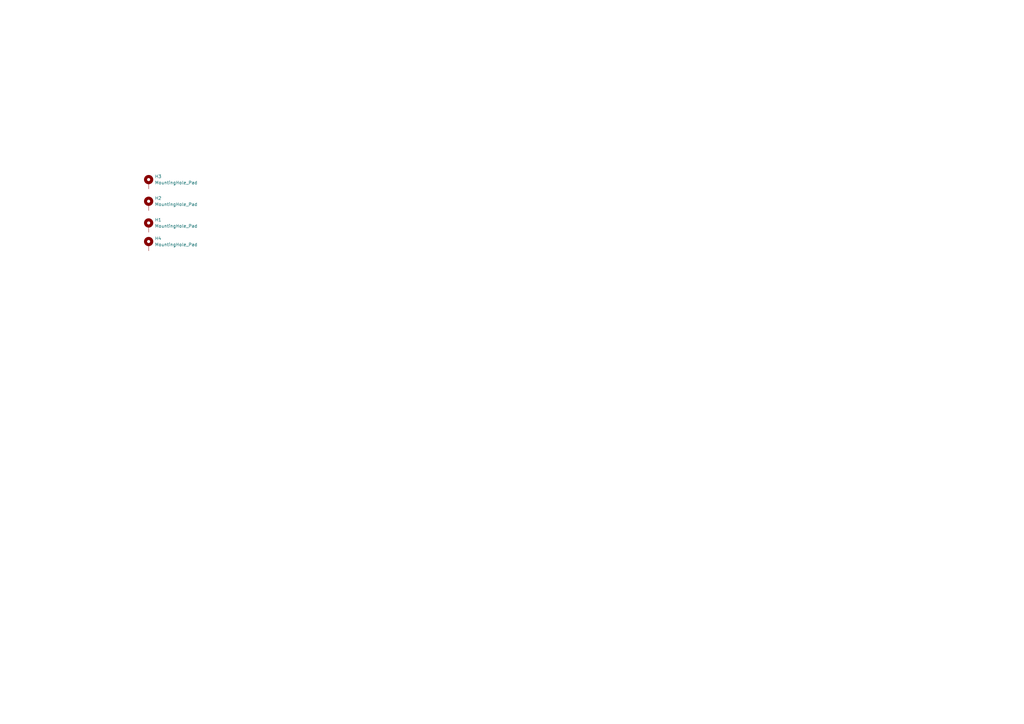
<source format=kicad_sch>
(kicad_sch (version 20231120) (generator "eeschema") (generator_version "8.0")
  (paper "A3")
  (title_block (title "Full Size PCB Template") (date "2024-08-05") (rev "Initial commit") (company "FabRice Team - Campus Fab"))
  (lib_symbols
    (symbol "Mechanical:MountingHole_Pad" (pin_numbers hide) (pin_names (offset 1.016) hide) (exclude_from_sim yes) (in_bom no)
      (property "Reference" "H" (at 0 6.35 0))
      (property "Value" "MountingHole_Pad" (at 0 4.445 0))
      (symbol "MountingHole_Pad_0_1"
        (circle (center 0 1.27) (radius 1.27) (stroke (width 1.27)))
      )
      (symbol "MountingHole_Pad_1_1"
        (pin input line (at 0 -2.54 90) (length 2.54) (name "1") (number "1"))
      )
    )
  )
  (symbol (lib_id "Mechanical:MountingHole_Pad") (at 60.96 74.93 0) (unit 1) (exclude_from_sim yes) (in_bom no)
    (property "Reference" "H3" (at 63.5 72.3899 0) (effects (justify left)))
    (property "Value" "MountingHole_Pad" (at 63.5 74.9299 0) (effects (justify left)))
    (property "Footprint" "MountingHole:MountingHole_3.2mm_M3_Pad" (effects (hide yes)))
    (property "Description" "Mounting Hole with connection" (effects (hide yes)))
  )
  (symbol (lib_id "Mechanical:MountingHole_Pad") (at 60.96 92.71 0) (unit 1) (exclude_from_sim yes) (in_bom no)
    (property "Reference" "H1" (at 63.5 90.1699 0) (effects (justify left)))
    (property "Value" "MountingHole_Pad" (at 63.5 92.7099 0) (effects (justify left)))
    (property "Footprint" "MountingHole:MountingHole_3.2mm_M3_Pad" (effects (hide yes)))
    (property "Description" "Mounting Hole with connection" (effects (hide yes)))
  )
  (symbol (lib_id "Mechanical:MountingHole_Pad") (at 60.96 100.33 0) (unit 1) (exclude_from_sim yes) (in_bom no)
    (property "Reference" "H4" (at 63.5 97.7899 0) (effects (justify left)))
    (property "Value" "MountingHole_Pad" (at 63.5 100.3299 0) (effects (justify left)))
    (property "Footprint" "MountingHole:MountingHole_3.2mm_M3_Pad" (effects (hide yes)))
    (property "Description" "Mounting Hole with connection" (effects (hide yes)))
  )
  (symbol (lib_id "Mechanical:MountingHole_Pad") (at 60.96 83.82 0) (unit 1) (exclude_from_sim yes) (in_bom no)
    (property "Reference" "H2" (at 63.5 81.2799 0) (effects (justify left)))
    (property "Value" "MountingHole_Pad" (at 63.5 83.8199 0) (effects (justify left)))
    (property "Footprint" "MountingHole:MountingHole_3.2mm_M3_Pad" (effects (hide yes)))
    (property "Description" "Mounting Hole with connection" (effects (hide yes)))
  )
)
</source>
